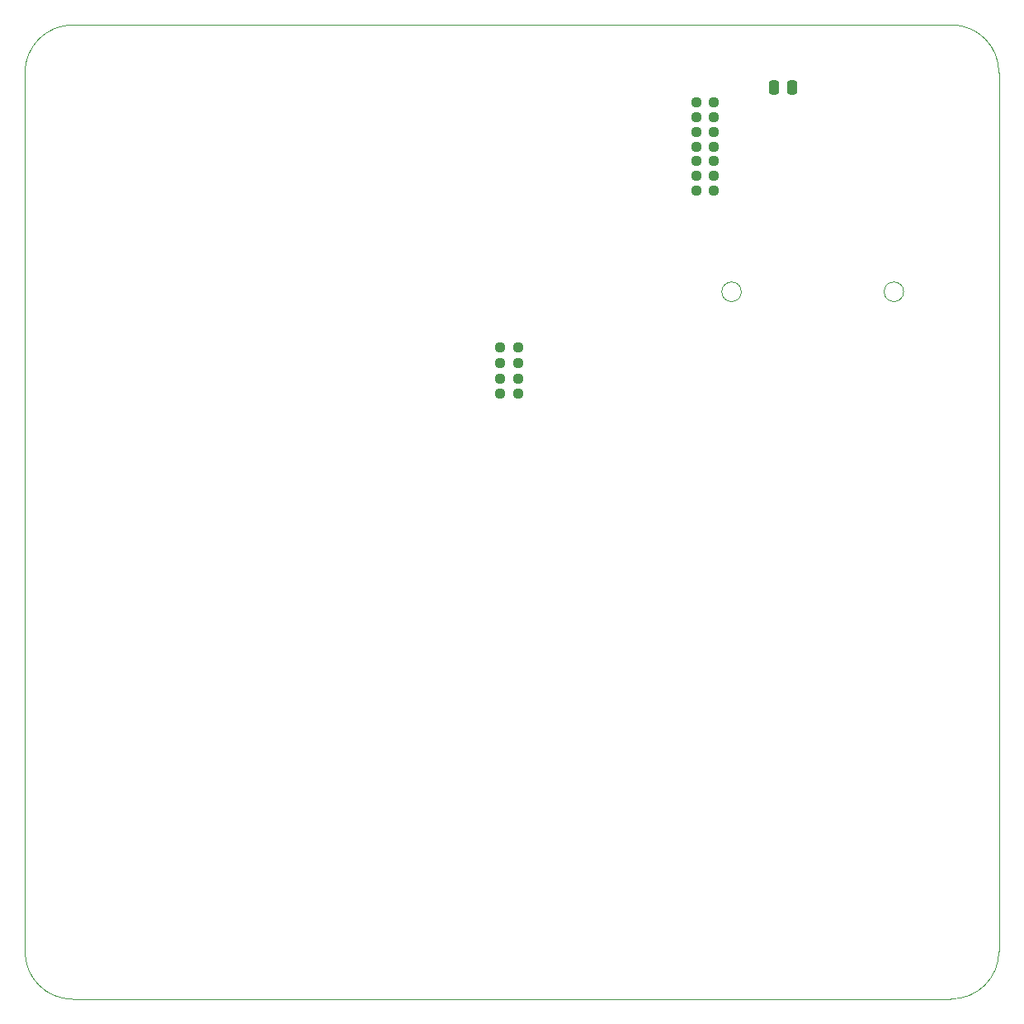
<source format=gbr>
%TF.GenerationSoftware,KiCad,Pcbnew,(6.0.9)*%
%TF.CreationDate,2023-01-14T14:27:17+02:00*%
%TF.ProjectId,ESP32_power_meter_MP3_player_WIFI_radio_V2,45535033-325f-4706-9f77-65725f6d6574,rev?*%
%TF.SameCoordinates,Original*%
%TF.FileFunction,Paste,Bot*%
%TF.FilePolarity,Positive*%
%FSLAX46Y46*%
G04 Gerber Fmt 4.6, Leading zero omitted, Abs format (unit mm)*
G04 Created by KiCad (PCBNEW (6.0.9)) date 2023-01-14 14:27:17*
%MOMM*%
%LPD*%
G01*
G04 APERTURE LIST*
G04 Aperture macros list*
%AMRoundRect*
0 Rectangle with rounded corners*
0 $1 Rounding radius*
0 $2 $3 $4 $5 $6 $7 $8 $9 X,Y pos of 4 corners*
0 Add a 4 corners polygon primitive as box body*
4,1,4,$2,$3,$4,$5,$6,$7,$8,$9,$2,$3,0*
0 Add four circle primitives for the rounded corners*
1,1,$1+$1,$2,$3*
1,1,$1+$1,$4,$5*
1,1,$1+$1,$6,$7*
1,1,$1+$1,$8,$9*
0 Add four rect primitives between the rounded corners*
20,1,$1+$1,$2,$3,$4,$5,0*
20,1,$1+$1,$4,$5,$6,$7,0*
20,1,$1+$1,$6,$7,$8,$9,0*
20,1,$1+$1,$8,$9,$2,$3,0*%
G04 Aperture macros list end*
%TA.AperFunction,Profile*%
%ADD10C,0.100000*%
%TD*%
%TA.AperFunction,Profile*%
%ADD11C,0.120000*%
%TD*%
%ADD12RoundRect,0.237500X0.250000X0.237500X-0.250000X0.237500X-0.250000X-0.237500X0.250000X-0.237500X0*%
%ADD13RoundRect,0.250000X-0.250000X-0.475000X0.250000X-0.475000X0.250000X0.475000X-0.250000X0.475000X0*%
G04 APERTURE END LIST*
D10*
X149961600Y-145105552D02*
X149961600Y-54944997D01*
X54944997Y-50017244D02*
G75*
G03*
X50016884Y-54944848I-257J-4927856D01*
G01*
X149961593Y-54944997D02*
G75*
G03*
X145105552Y-50016884I-4856293J71297D01*
G01*
X145034000Y-149961584D02*
G75*
G03*
X149961600Y-145105552I70800J4856284D01*
G01*
X50038000Y-145054603D02*
X50016884Y-54944848D01*
X50038007Y-145054603D02*
G75*
G03*
X54894048Y-149982716I4856293J-71297D01*
G01*
X145034000Y-149961600D02*
X54894048Y-149982716D01*
X54944997Y-50017243D02*
X145105552Y-50016884D01*
D11*
%TO.C,J5*%
X140182000Y-77400000D02*
G75*
G03*
X140182000Y-77400000I-1000000J0D01*
G01*
X123530000Y-77400000D02*
G75*
G03*
X123530000Y-77400000I-1000000J0D01*
G01*
%TD*%
D12*
%TO.C,R46*%
X100612500Y-86300000D03*
X98787500Y-86300000D03*
%TD*%
%TO.C,R4*%
X120712500Y-65500000D03*
X118887500Y-65500000D03*
%TD*%
%TO.C,R2*%
X120712500Y-67000000D03*
X118887500Y-67000000D03*
%TD*%
D13*
%TO.C,C7*%
X126850000Y-56450000D03*
X128750000Y-56450000D03*
%TD*%
D12*
%TO.C,R45*%
X100612500Y-87840000D03*
X98787500Y-87840000D03*
%TD*%
%TO.C,R3*%
X120712500Y-64000000D03*
X118887500Y-64000000D03*
%TD*%
%TO.C,R48*%
X100612500Y-83100000D03*
X98787500Y-83100000D03*
%TD*%
%TO.C,R47*%
X100612500Y-84700000D03*
X98787500Y-84700000D03*
%TD*%
%TO.C,R7*%
X120712500Y-61000000D03*
X118887500Y-61000000D03*
%TD*%
%TO.C,R8*%
X120712500Y-62500000D03*
X118887500Y-62500000D03*
%TD*%
%TO.C,R6*%
X120712500Y-59500000D03*
X118887500Y-59500000D03*
%TD*%
%TO.C,R5*%
X120712500Y-58000000D03*
X118887500Y-58000000D03*
%TD*%
M02*

</source>
